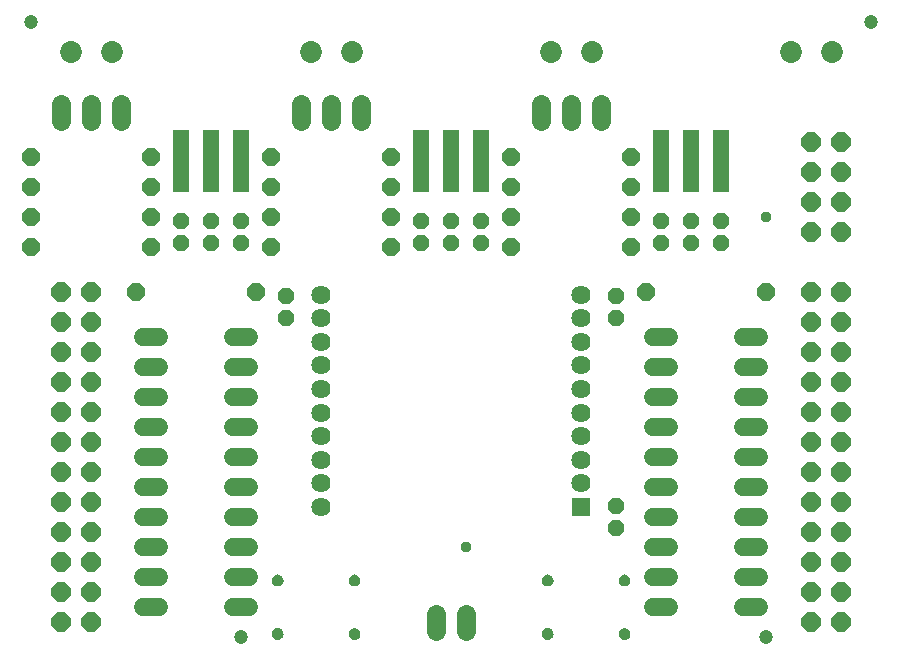
<source format=gts>
G04 EAGLE Gerber RS-274X export*
G75*
%MOMM*%
%FSLAX34Y34*%
%LPD*%
%INTop Soldermask*%
%IPPOS*%
%AMOC8*
5,1,8,0,0,1.08239X$1,22.5*%
G01*
%ADD10C,1.203200*%
%ADD11P,1.649562X8X202.500000*%
%ADD12C,1.625600*%
%ADD13R,1.625600X1.625600*%
%ADD14C,1.524000*%
%ADD15R,1.473200X5.283200*%
%ADD16P,1.649562X8X22.500000*%
%ADD17P,1.429621X8X112.500000*%
%ADD18P,1.759533X8X292.500000*%
%ADD19P,1.759533X8X112.500000*%
%ADD20C,1.625600*%
%ADD21C,1.853200*%
%ADD22C,0.959600*%

G36*
X325720Y213730D02*
X325720Y213730D01*
X325768Y213744D01*
X325858Y213762D01*
X326767Y214083D01*
X326811Y214108D01*
X326895Y214145D01*
X327710Y214660D01*
X327747Y214694D01*
X327820Y214749D01*
X328500Y215433D01*
X328529Y215474D01*
X328588Y215544D01*
X329099Y216362D01*
X329117Y216409D01*
X329160Y216490D01*
X329475Y217401D01*
X329483Y217451D01*
X329507Y217540D01*
X329612Y218498D01*
X329609Y218528D01*
X329615Y218567D01*
X329615Y218668D01*
X329610Y218696D01*
X329612Y218732D01*
X329513Y219705D01*
X329500Y219754D01*
X329483Y219844D01*
X329171Y220771D01*
X329146Y220815D01*
X329111Y220900D01*
X328600Y221734D01*
X328566Y221772D01*
X328512Y221846D01*
X327828Y222546D01*
X327787Y222575D01*
X327718Y222635D01*
X326896Y223165D01*
X326849Y223185D01*
X326769Y223229D01*
X325849Y223562D01*
X325800Y223571D01*
X325711Y223596D01*
X324740Y223716D01*
X324730Y223716D01*
X324718Y223719D01*
X324415Y223746D01*
X324365Y223741D01*
X324266Y223741D01*
X323309Y223599D01*
X323261Y223583D01*
X323171Y223563D01*
X322269Y223211D01*
X322226Y223185D01*
X322144Y223145D01*
X321343Y222602D01*
X321307Y222566D01*
X321235Y222509D01*
X320575Y221801D01*
X320548Y221759D01*
X320491Y221687D01*
X320005Y220850D01*
X319988Y220802D01*
X319948Y220719D01*
X319661Y219795D01*
X319655Y219745D01*
X319634Y219655D01*
X319568Y218790D01*
X319566Y218782D01*
X319566Y218764D01*
X319563Y218723D01*
X319559Y218694D01*
X319559Y218642D01*
X319564Y218615D01*
X319667Y217648D01*
X319681Y217600D01*
X319698Y217509D01*
X320017Y216579D01*
X320042Y216535D01*
X320078Y216450D01*
X320597Y215614D01*
X320630Y215577D01*
X320685Y215503D01*
X321376Y214803D01*
X321418Y214774D01*
X321487Y214713D01*
X322317Y214185D01*
X322364Y214166D01*
X322445Y214123D01*
X323372Y213792D01*
X323422Y213784D01*
X323510Y213760D01*
X324463Y213647D01*
X324567Y213627D01*
X324571Y213627D01*
X324574Y213625D01*
X324762Y213619D01*
X325720Y213730D01*
G37*
G36*
X97120Y213730D02*
X97120Y213730D01*
X97168Y213744D01*
X97258Y213762D01*
X98167Y214083D01*
X98211Y214108D01*
X98295Y214145D01*
X99110Y214660D01*
X99147Y214694D01*
X99220Y214749D01*
X99900Y215433D01*
X99929Y215474D01*
X99988Y215544D01*
X100499Y216362D01*
X100517Y216409D01*
X100560Y216490D01*
X100875Y217401D01*
X100883Y217451D01*
X100907Y217540D01*
X101012Y218498D01*
X101009Y218528D01*
X101015Y218567D01*
X101015Y218668D01*
X101010Y218696D01*
X101012Y218732D01*
X100913Y219705D01*
X100900Y219754D01*
X100883Y219844D01*
X100571Y220771D01*
X100546Y220815D01*
X100511Y220900D01*
X100000Y221734D01*
X99966Y221772D01*
X99912Y221846D01*
X99228Y222546D01*
X99187Y222575D01*
X99118Y222635D01*
X98296Y223165D01*
X98249Y223185D01*
X98169Y223229D01*
X97249Y223562D01*
X97200Y223571D01*
X97111Y223596D01*
X96140Y223716D01*
X96130Y223716D01*
X96118Y223719D01*
X95815Y223746D01*
X95765Y223741D01*
X95666Y223741D01*
X94709Y223599D01*
X94661Y223583D01*
X94571Y223563D01*
X93669Y223211D01*
X93626Y223185D01*
X93544Y223145D01*
X92743Y222602D01*
X92707Y222566D01*
X92635Y222509D01*
X91975Y221801D01*
X91948Y221759D01*
X91891Y221687D01*
X91405Y220850D01*
X91388Y220802D01*
X91348Y220719D01*
X91061Y219795D01*
X91055Y219745D01*
X91034Y219655D01*
X90968Y218790D01*
X90966Y218782D01*
X90966Y218764D01*
X90963Y218723D01*
X90959Y218694D01*
X90959Y218642D01*
X90964Y218615D01*
X91067Y217648D01*
X91081Y217600D01*
X91098Y217509D01*
X91417Y216579D01*
X91442Y216535D01*
X91478Y216450D01*
X91997Y215614D01*
X92030Y215577D01*
X92085Y215503D01*
X92776Y214803D01*
X92818Y214774D01*
X92887Y214713D01*
X93717Y214185D01*
X93764Y214166D01*
X93845Y214123D01*
X94772Y213792D01*
X94822Y213784D01*
X94910Y213760D01*
X95863Y213647D01*
X95967Y213627D01*
X95971Y213627D01*
X95974Y213625D01*
X96162Y213619D01*
X97120Y213730D01*
G37*
G36*
X32045Y258993D02*
X32045Y258993D01*
X32093Y259007D01*
X32183Y259025D01*
X33092Y259346D01*
X33136Y259371D01*
X33220Y259408D01*
X34035Y259923D01*
X34072Y259957D01*
X34145Y260012D01*
X34825Y260696D01*
X34854Y260737D01*
X34913Y260807D01*
X35424Y261625D01*
X35442Y261672D01*
X35485Y261753D01*
X35800Y262664D01*
X35808Y262714D01*
X35832Y262803D01*
X35937Y263761D01*
X35934Y263791D01*
X35940Y263830D01*
X35940Y263931D01*
X35935Y263959D01*
X35937Y263995D01*
X35838Y264968D01*
X35825Y265017D01*
X35808Y265107D01*
X35496Y266034D01*
X35471Y266078D01*
X35436Y266163D01*
X34925Y266997D01*
X34891Y267035D01*
X34837Y267109D01*
X34153Y267809D01*
X34112Y267838D01*
X34043Y267898D01*
X33221Y268428D01*
X33174Y268448D01*
X33094Y268492D01*
X32174Y268825D01*
X32125Y268834D01*
X32036Y268859D01*
X31065Y268979D01*
X31055Y268979D01*
X31043Y268982D01*
X30740Y269009D01*
X30690Y269004D01*
X30591Y269004D01*
X29634Y268862D01*
X29586Y268846D01*
X29496Y268826D01*
X28594Y268474D01*
X28551Y268448D01*
X28469Y268408D01*
X27668Y267865D01*
X27632Y267829D01*
X27560Y267772D01*
X26900Y267064D01*
X26873Y267022D01*
X26816Y266950D01*
X26330Y266113D01*
X26313Y266065D01*
X26273Y265982D01*
X25986Y265058D01*
X25980Y265008D01*
X25959Y264918D01*
X25893Y264053D01*
X25891Y264045D01*
X25891Y264027D01*
X25888Y263986D01*
X25884Y263957D01*
X25884Y263905D01*
X25889Y263878D01*
X25992Y262911D01*
X26006Y262863D01*
X26023Y262772D01*
X26342Y261842D01*
X26367Y261798D01*
X26403Y261713D01*
X26922Y260877D01*
X26955Y260840D01*
X27010Y260766D01*
X27701Y260066D01*
X27743Y260037D01*
X27812Y259976D01*
X28642Y259448D01*
X28689Y259429D01*
X28770Y259386D01*
X29697Y259055D01*
X29747Y259047D01*
X29835Y259023D01*
X30788Y258910D01*
X30892Y258890D01*
X30896Y258890D01*
X30899Y258888D01*
X31087Y258882D01*
X32045Y258993D01*
G37*
G36*
X260645Y258993D02*
X260645Y258993D01*
X260693Y259007D01*
X260783Y259025D01*
X261692Y259346D01*
X261736Y259371D01*
X261820Y259408D01*
X262635Y259923D01*
X262672Y259957D01*
X262745Y260012D01*
X263425Y260696D01*
X263454Y260737D01*
X263513Y260807D01*
X264024Y261625D01*
X264042Y261672D01*
X264085Y261753D01*
X264400Y262664D01*
X264408Y262714D01*
X264432Y262803D01*
X264537Y263761D01*
X264534Y263791D01*
X264540Y263830D01*
X264540Y263931D01*
X264535Y263959D01*
X264537Y263995D01*
X264438Y264968D01*
X264425Y265017D01*
X264408Y265107D01*
X264096Y266034D01*
X264071Y266078D01*
X264036Y266163D01*
X263525Y266997D01*
X263491Y267035D01*
X263437Y267109D01*
X262753Y267809D01*
X262712Y267838D01*
X262643Y267898D01*
X261821Y268428D01*
X261774Y268448D01*
X261694Y268492D01*
X260774Y268825D01*
X260725Y268834D01*
X260636Y268859D01*
X259665Y268979D01*
X259655Y268979D01*
X259643Y268982D01*
X259340Y269009D01*
X259290Y269004D01*
X259191Y269004D01*
X258234Y268862D01*
X258186Y268846D01*
X258096Y268826D01*
X257194Y268474D01*
X257151Y268448D01*
X257069Y268408D01*
X256268Y267865D01*
X256232Y267829D01*
X256160Y267772D01*
X255500Y267064D01*
X255473Y267022D01*
X255416Y266950D01*
X254930Y266113D01*
X254913Y266065D01*
X254873Y265982D01*
X254586Y265058D01*
X254580Y265008D01*
X254559Y264918D01*
X254493Y264053D01*
X254491Y264045D01*
X254491Y264027D01*
X254488Y263986D01*
X254484Y263957D01*
X254484Y263905D01*
X254489Y263878D01*
X254592Y262911D01*
X254606Y262863D01*
X254623Y262772D01*
X254942Y261842D01*
X254967Y261798D01*
X255003Y261713D01*
X255522Y260877D01*
X255555Y260840D01*
X255610Y260766D01*
X256301Y260066D01*
X256343Y260037D01*
X256412Y259976D01*
X257242Y259448D01*
X257289Y259429D01*
X257370Y259386D01*
X258297Y259055D01*
X258347Y259047D01*
X258435Y259023D01*
X259388Y258910D01*
X259492Y258890D01*
X259496Y258890D01*
X259499Y258888D01*
X259687Y258882D01*
X260645Y258993D01*
G37*
G36*
X97069Y259018D02*
X97069Y259018D01*
X97117Y259032D01*
X97207Y259050D01*
X98116Y259371D01*
X98160Y259396D01*
X98244Y259433D01*
X99059Y259948D01*
X99096Y259982D01*
X99169Y260037D01*
X99849Y260721D01*
X99878Y260762D01*
X99937Y260832D01*
X100448Y261650D01*
X100466Y261697D01*
X100509Y261778D01*
X100824Y262689D01*
X100832Y262739D01*
X100856Y262828D01*
X100961Y263786D01*
X100958Y263816D01*
X100964Y263855D01*
X100964Y263956D01*
X100959Y263984D01*
X100961Y264020D01*
X100862Y264993D01*
X100849Y265042D01*
X100832Y265132D01*
X100520Y266059D01*
X100495Y266103D01*
X100460Y266188D01*
X99949Y267022D01*
X99915Y267060D01*
X99861Y267134D01*
X99177Y267834D01*
X99136Y267863D01*
X99067Y267923D01*
X98245Y268453D01*
X98198Y268473D01*
X98118Y268517D01*
X97198Y268850D01*
X97149Y268859D01*
X97060Y268884D01*
X96089Y269004D01*
X96079Y269004D01*
X96067Y269007D01*
X95764Y269034D01*
X95714Y269029D01*
X95615Y269029D01*
X94658Y268887D01*
X94610Y268871D01*
X94520Y268851D01*
X93618Y268499D01*
X93575Y268473D01*
X93493Y268433D01*
X92692Y267890D01*
X92656Y267854D01*
X92584Y267797D01*
X91924Y267089D01*
X91897Y267047D01*
X91840Y266975D01*
X91354Y266138D01*
X91337Y266090D01*
X91297Y266007D01*
X91010Y265083D01*
X91004Y265033D01*
X90983Y264943D01*
X90917Y264078D01*
X90915Y264070D01*
X90915Y264052D01*
X90912Y264011D01*
X90908Y263982D01*
X90908Y263930D01*
X90913Y263903D01*
X91016Y262936D01*
X91030Y262888D01*
X91047Y262797D01*
X91366Y261867D01*
X91391Y261823D01*
X91427Y261738D01*
X91946Y260902D01*
X91979Y260865D01*
X92034Y260791D01*
X92725Y260091D01*
X92767Y260062D01*
X92836Y260001D01*
X93666Y259473D01*
X93713Y259454D01*
X93794Y259411D01*
X94721Y259080D01*
X94771Y259072D01*
X94859Y259048D01*
X95812Y258935D01*
X95916Y258915D01*
X95920Y258915D01*
X95923Y258913D01*
X96111Y258907D01*
X97069Y259018D01*
G37*
G36*
X260645Y213755D02*
X260645Y213755D01*
X260693Y213769D01*
X260783Y213787D01*
X261692Y214108D01*
X261736Y214133D01*
X261820Y214170D01*
X262635Y214685D01*
X262672Y214719D01*
X262745Y214774D01*
X263425Y215458D01*
X263454Y215499D01*
X263513Y215569D01*
X264024Y216387D01*
X264042Y216434D01*
X264085Y216515D01*
X264400Y217426D01*
X264408Y217476D01*
X264432Y217565D01*
X264537Y218523D01*
X264534Y218553D01*
X264540Y218592D01*
X264540Y218693D01*
X264535Y218721D01*
X264537Y218757D01*
X264438Y219730D01*
X264425Y219779D01*
X264408Y219869D01*
X264096Y220796D01*
X264071Y220840D01*
X264036Y220925D01*
X263525Y221759D01*
X263491Y221797D01*
X263437Y221871D01*
X262753Y222571D01*
X262712Y222600D01*
X262643Y222660D01*
X261821Y223190D01*
X261774Y223210D01*
X261694Y223254D01*
X260774Y223587D01*
X260725Y223596D01*
X260636Y223621D01*
X259665Y223741D01*
X259655Y223741D01*
X259643Y223744D01*
X259340Y223771D01*
X259290Y223766D01*
X259191Y223766D01*
X258234Y223624D01*
X258186Y223608D01*
X258096Y223588D01*
X257194Y223236D01*
X257151Y223210D01*
X257069Y223170D01*
X256268Y222627D01*
X256232Y222591D01*
X256160Y222534D01*
X255500Y221826D01*
X255473Y221784D01*
X255416Y221712D01*
X254930Y220875D01*
X254913Y220827D01*
X254873Y220744D01*
X254586Y219820D01*
X254580Y219770D01*
X254559Y219680D01*
X254493Y218815D01*
X254491Y218807D01*
X254491Y218789D01*
X254488Y218748D01*
X254484Y218719D01*
X254484Y218667D01*
X254489Y218640D01*
X254592Y217673D01*
X254606Y217625D01*
X254623Y217534D01*
X254942Y216604D01*
X254967Y216560D01*
X255003Y216475D01*
X255522Y215639D01*
X255555Y215602D01*
X255610Y215528D01*
X256301Y214828D01*
X256343Y214799D01*
X256412Y214738D01*
X257242Y214210D01*
X257289Y214191D01*
X257370Y214148D01*
X258297Y213817D01*
X258347Y213809D01*
X258435Y213785D01*
X259388Y213672D01*
X259492Y213652D01*
X259496Y213652D01*
X259499Y213650D01*
X259687Y213644D01*
X260645Y213755D01*
G37*
G36*
X325669Y259018D02*
X325669Y259018D01*
X325717Y259032D01*
X325807Y259050D01*
X326716Y259371D01*
X326760Y259396D01*
X326844Y259433D01*
X327659Y259948D01*
X327696Y259982D01*
X327769Y260037D01*
X328449Y260721D01*
X328478Y260762D01*
X328537Y260832D01*
X329048Y261650D01*
X329066Y261697D01*
X329109Y261778D01*
X329424Y262689D01*
X329432Y262739D01*
X329456Y262828D01*
X329561Y263786D01*
X329558Y263816D01*
X329564Y263855D01*
X329564Y263956D01*
X329559Y263984D01*
X329561Y264020D01*
X329462Y264993D01*
X329449Y265042D01*
X329432Y265132D01*
X329120Y266059D01*
X329095Y266103D01*
X329060Y266188D01*
X328549Y267022D01*
X328515Y267060D01*
X328461Y267134D01*
X327777Y267834D01*
X327736Y267863D01*
X327667Y267923D01*
X326845Y268453D01*
X326798Y268473D01*
X326718Y268517D01*
X325798Y268850D01*
X325749Y268859D01*
X325660Y268884D01*
X324689Y269004D01*
X324679Y269004D01*
X324667Y269007D01*
X324364Y269034D01*
X324314Y269029D01*
X324215Y269029D01*
X323258Y268887D01*
X323210Y268871D01*
X323120Y268851D01*
X322218Y268499D01*
X322175Y268473D01*
X322093Y268433D01*
X321292Y267890D01*
X321256Y267854D01*
X321184Y267797D01*
X320524Y267089D01*
X320497Y267047D01*
X320440Y266975D01*
X319954Y266138D01*
X319937Y266090D01*
X319897Y266007D01*
X319610Y265083D01*
X319604Y265033D01*
X319583Y264943D01*
X319517Y264078D01*
X319515Y264070D01*
X319515Y264052D01*
X319512Y264011D01*
X319508Y263982D01*
X319508Y263930D01*
X319513Y263903D01*
X319616Y262936D01*
X319630Y262888D01*
X319647Y262797D01*
X319966Y261867D01*
X319991Y261823D01*
X320027Y261738D01*
X320546Y260902D01*
X320579Y260865D01*
X320634Y260791D01*
X321325Y260091D01*
X321367Y260062D01*
X321436Y260001D01*
X322266Y259473D01*
X322313Y259454D01*
X322394Y259411D01*
X323321Y259080D01*
X323371Y259072D01*
X323459Y259048D01*
X324412Y258935D01*
X324516Y258915D01*
X324520Y258915D01*
X324523Y258913D01*
X324711Y258907D01*
X325669Y259018D01*
G37*
G36*
X32045Y213755D02*
X32045Y213755D01*
X32093Y213769D01*
X32183Y213787D01*
X33092Y214108D01*
X33136Y214133D01*
X33220Y214170D01*
X34035Y214685D01*
X34072Y214719D01*
X34145Y214774D01*
X34825Y215458D01*
X34854Y215499D01*
X34913Y215569D01*
X35424Y216387D01*
X35442Y216434D01*
X35485Y216515D01*
X35800Y217426D01*
X35808Y217476D01*
X35832Y217565D01*
X35937Y218523D01*
X35934Y218553D01*
X35940Y218592D01*
X35940Y218693D01*
X35935Y218721D01*
X35937Y218757D01*
X35838Y219730D01*
X35825Y219779D01*
X35808Y219869D01*
X35496Y220796D01*
X35471Y220840D01*
X35436Y220925D01*
X34925Y221759D01*
X34891Y221797D01*
X34837Y221871D01*
X34153Y222571D01*
X34112Y222600D01*
X34043Y222660D01*
X33221Y223190D01*
X33174Y223210D01*
X33094Y223254D01*
X32174Y223587D01*
X32125Y223596D01*
X32036Y223621D01*
X31065Y223741D01*
X31055Y223741D01*
X31043Y223744D01*
X30740Y223771D01*
X30690Y223766D01*
X30591Y223766D01*
X29634Y223624D01*
X29586Y223608D01*
X29496Y223588D01*
X28594Y223236D01*
X28551Y223210D01*
X28469Y223170D01*
X27668Y222627D01*
X27632Y222591D01*
X27560Y222534D01*
X26900Y221826D01*
X26873Y221784D01*
X26816Y221712D01*
X26330Y220875D01*
X26313Y220827D01*
X26273Y220744D01*
X25986Y219820D01*
X25980Y219770D01*
X25959Y219680D01*
X25893Y218815D01*
X25891Y218807D01*
X25891Y218789D01*
X25888Y218748D01*
X25884Y218719D01*
X25884Y218667D01*
X25889Y218640D01*
X25992Y217673D01*
X26006Y217625D01*
X26023Y217534D01*
X26342Y216604D01*
X26367Y216560D01*
X26403Y216475D01*
X26922Y215639D01*
X26955Y215602D01*
X27010Y215528D01*
X27701Y214828D01*
X27743Y214799D01*
X27812Y214738D01*
X28642Y214210D01*
X28689Y214191D01*
X28770Y214148D01*
X29697Y213817D01*
X29747Y213809D01*
X29835Y213785D01*
X30788Y213672D01*
X30892Y213652D01*
X30896Y213652D01*
X30899Y213650D01*
X31087Y213644D01*
X32045Y213755D01*
G37*
D10*
X-177800Y736600D03*
X533400Y736600D03*
X444500Y215900D03*
X0Y215900D03*
D11*
X444500Y508000D03*
X342900Y508000D03*
D12*
X287800Y506000D03*
X287800Y486000D03*
X287800Y466000D03*
X287800Y446000D03*
X287800Y426000D03*
X287800Y406000D03*
X287800Y386000D03*
X287800Y366000D03*
X287800Y346000D03*
D13*
X287800Y326000D03*
D12*
X67800Y506000D03*
X67800Y486000D03*
X67800Y466000D03*
X67800Y446000D03*
X67800Y426000D03*
X67800Y406000D03*
X67800Y386000D03*
X67800Y366000D03*
X67800Y346000D03*
X67800Y326000D03*
D14*
X348996Y469950D02*
X362204Y469950D01*
X362204Y444550D02*
X348996Y444550D01*
X348996Y317550D02*
X362204Y317550D01*
X425196Y317550D02*
X438404Y317550D01*
X362204Y419150D02*
X348996Y419150D01*
X348996Y393750D02*
X362204Y393750D01*
X362204Y342950D02*
X348996Y342950D01*
X348996Y368350D02*
X362204Y368350D01*
X425196Y342950D02*
X438404Y342950D01*
X438404Y368350D02*
X425196Y368350D01*
X425196Y393750D02*
X438404Y393750D01*
X438404Y419150D02*
X425196Y419150D01*
X425196Y444550D02*
X438404Y444550D01*
X438404Y469950D02*
X425196Y469950D01*
X362204Y241350D02*
X348996Y241350D01*
X348996Y266750D02*
X362204Y266750D01*
X362204Y292150D02*
X348996Y292150D01*
X425196Y241350D02*
X438404Y241350D01*
X438404Y266750D02*
X425196Y266750D01*
X425196Y292150D02*
X438404Y292150D01*
D15*
X-50800Y619125D03*
X-25400Y619125D03*
X0Y619125D03*
D16*
X-177800Y622300D03*
X-76200Y622300D03*
X-177800Y596900D03*
X-76200Y596900D03*
D17*
X-50800Y549275D03*
X-50800Y568325D03*
X-25400Y549275D03*
X-25400Y568325D03*
X0Y549275D03*
X0Y568325D03*
D15*
X152400Y619125D03*
X177800Y619125D03*
X203200Y619125D03*
D16*
X25400Y622300D03*
X127000Y622300D03*
X25400Y596900D03*
X127000Y596900D03*
D17*
X152400Y549275D03*
X152400Y568325D03*
X177800Y549275D03*
X177800Y568325D03*
X203200Y549275D03*
X203200Y568325D03*
D15*
X355600Y619125D03*
X381000Y619125D03*
X406400Y619125D03*
D16*
X228600Y622300D03*
X330200Y622300D03*
X228600Y596900D03*
X330200Y596900D03*
D17*
X355600Y549275D03*
X355600Y568325D03*
X381000Y549275D03*
X381000Y568325D03*
X406400Y549275D03*
X406400Y568325D03*
D14*
X-69596Y469950D02*
X-82804Y469950D01*
X-82804Y444550D02*
X-69596Y444550D01*
X-69596Y317550D02*
X-82804Y317550D01*
X-6604Y317550D02*
X6604Y317550D01*
X-69596Y419150D02*
X-82804Y419150D01*
X-82804Y393750D02*
X-69596Y393750D01*
X-69596Y342950D02*
X-82804Y342950D01*
X-82804Y368350D02*
X-69596Y368350D01*
X-6604Y342950D02*
X6604Y342950D01*
X6604Y368350D02*
X-6604Y368350D01*
X-6604Y393750D02*
X6604Y393750D01*
X6604Y419150D02*
X-6604Y419150D01*
X-6604Y444550D02*
X6604Y444550D01*
X6604Y469950D02*
X-6604Y469950D01*
X-69596Y241350D02*
X-82804Y241350D01*
X-82804Y266750D02*
X-69596Y266750D01*
X-69596Y292150D02*
X-82804Y292150D01*
X-6604Y241350D02*
X6604Y241350D01*
X6604Y266750D02*
X-6604Y266750D01*
X-6604Y292150D02*
X6604Y292150D01*
D16*
X-88900Y508000D03*
X12700Y508000D03*
D17*
X38100Y485775D03*
X38100Y504825D03*
D18*
X-152400Y508000D03*
X-127000Y508000D03*
X-152400Y482600D03*
X-127000Y482600D03*
X-152400Y457200D03*
X-127000Y457200D03*
X-152400Y431800D03*
X-127000Y431800D03*
X-152400Y406400D03*
X-127000Y406400D03*
X-152400Y381000D03*
X-127000Y381000D03*
X-152400Y355600D03*
X-127000Y355600D03*
X-152400Y330200D03*
X-127000Y330200D03*
X-152400Y304800D03*
X-127000Y304800D03*
X-152400Y279400D03*
X-127000Y279400D03*
D19*
X508000Y228600D03*
X482600Y228600D03*
X508000Y254000D03*
X482600Y254000D03*
X508000Y279400D03*
X482600Y279400D03*
X508000Y304800D03*
X482600Y304800D03*
X508000Y330200D03*
X482600Y330200D03*
X508000Y355600D03*
X482600Y355600D03*
X508000Y381000D03*
X482600Y381000D03*
X508000Y406400D03*
X482600Y406400D03*
X508000Y431800D03*
X482600Y431800D03*
X508000Y457200D03*
X482600Y457200D03*
D20*
X190500Y235712D02*
X190500Y221488D01*
X165100Y221488D02*
X165100Y235712D01*
D17*
X317500Y485775D03*
X317500Y504825D03*
D18*
X-152400Y254000D03*
X-127000Y254000D03*
X-152400Y228600D03*
X-127000Y228600D03*
D19*
X508000Y482600D03*
X482600Y482600D03*
X508000Y508000D03*
X482600Y508000D03*
D11*
X127000Y571500D03*
X25400Y571500D03*
X127000Y546100D03*
X25400Y546100D03*
X330200Y546100D03*
X228600Y546100D03*
X330200Y571500D03*
X228600Y571500D03*
X-76200Y571500D03*
X-177800Y571500D03*
X-76200Y546100D03*
X-177800Y546100D03*
D19*
X508000Y558800D03*
X482600Y558800D03*
X508000Y584200D03*
X482600Y584200D03*
X508000Y609600D03*
X482600Y609600D03*
X482600Y635000D03*
X508000Y635000D03*
D17*
X317500Y307975D03*
X317500Y327025D03*
D21*
X465100Y711200D03*
X500100Y711200D03*
X-144500Y711200D03*
X-109500Y711200D03*
X58700Y711200D03*
X93700Y711200D03*
X261900Y711200D03*
X296900Y711200D03*
D20*
X-101600Y667512D02*
X-101600Y653288D01*
X-127000Y653288D02*
X-127000Y667512D01*
X-152400Y667512D02*
X-152400Y653288D01*
X101600Y653288D02*
X101600Y667512D01*
X76200Y667512D02*
X76200Y653288D01*
X50800Y653288D02*
X50800Y667512D01*
X304800Y667512D02*
X304800Y653288D01*
X279400Y653288D02*
X279400Y667512D01*
X254000Y667512D02*
X254000Y653288D01*
D22*
X190500Y292100D03*
X444500Y571500D03*
M02*

</source>
